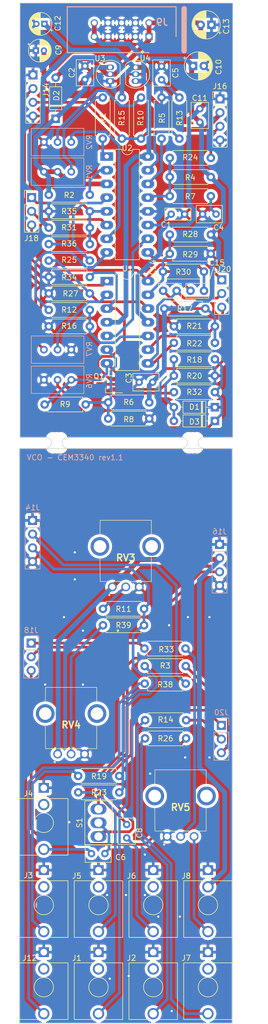
<source format=kicad_pcb>
(kicad_pcb (version 20241229) (generator "pcbnew") (generator_version "9.0")
  (layers (0 "F.Cu" signal) (2 "B.Cu" signal) (13 "F.Paste" user) (15 "B.Paste" user) (5 "F.SilkS" user "F.Silkscreen") (7 "B.SilkS" user "B.Silkscreen") (1 "F.Mask" user) (3 "B.Mask" user) (25 "Edge.Cuts" user))
  (net 0 "")
  (net 1 "Net-(C1-Pad1)")
  (net 2 "GND")
  (net 3 "-5VA")
  (net 4 "+12VA")
  (net 5 "Net-(C4-Pad1)")
  (net 6 "Net-(C5-Pad1)")
  (net 7 "-12VA")
  (net 8 "+5VA")
  (net 9 "Net-(C14-Pad1)")
  (net 10 "/SAW_RAW")
  (net 11 "Net-(C15-Pad1)")
  (net 12 "/PULSE_RAW")
  (net 13 "Net-(D1-Pad2)")
  (net 14 "Net-(D3-Pad1)")
  (net 15 "/SIN_RAW")
  (net 16 "/CV_NODE")
  (net 17 "/LINFM_IN")
  (net 18 "/PWM_IN")
  (net 19 "/HARD_SYNC")
  (net 20 "/SOFT_SYNC")
  (net 21 "/TRI_RAW")
  (net 22 "Net-(Q1-Pad1)")
  (net 23 "Net-(Q1-Pad2)")
  (net 24 "Net-(R1-Pad1)")
  (net 25 "Net-(R1-Pad2)")
  (net 26 "Net-(R2-Pad2)")
  (net 27 "/LIN_FM")
  (net 28 "Net-(R5-Pad1)")
  (net 29 "Net-(R6-Pad1)")
  (net 30 "Net-(R10-Pad1)")
  (net 31 "/SAW_OUT")
  (net 32 "Net-(R12-Pad2)")
  (net 33 "/PULSE_OUT")
  (net 34 "Net-(R25-Pad2)")
  (net 35 "Net-(RV2-Pad1)")
  (net 36 "Net-(RV7-Pad2)")
  (net 37 "/TRIANGLE_OUT")
  (net 38 "/SYNC")
  (net 39 "/LINFM")
  (net 41 "/TRI")
  (net 43 "/SAW")
  (net 45 "/CV1")
  (net 48 "/CV2")
  (net 51 "/PULSE")
  (net 52 "/PWM")
  (net 54 "/SIN")
  (net 55 "Net-(R11-Pad1)")
  (net 56 "Net-(R33-Pad1)")
  (net 57 "Net-(R39-Pad1)")
  (net 58 "Net-(S1-B)")
  (footprint "Capacitor_THT:CP_Radial_D5.0mm_P2.00mm" (layer "F.Cu") (at 54.48 20.05708 180)
    (property "Reference" "C13")
    (property "Value" "10u")
  )
  (footprint "Connector_Audio:Jack_3.5mm_QingPu_WQP-PJ398SM_Vertical_CircularHoles" (layer "F.Cu") (at 33.504444 176.710361)
    (property "Reference" "J5")
    (property "Value" "JACK_2P")
  )
  (footprint "Connector_Audio:Jack_3.5mm_QingPu_WQP-PJ398SM_Vertical_CircularHoles" (layer "F.Cu") (at 43.664444 176.710361)
    (property "Reference" "J6")
    (property "Value" "JACK_2P")
  )
  (footprint "Resistor_THT:R_Axial_DIN0207_L6.3mm_D2.5mm_P7.62mm_Horizontal" (layer "F.Cu") (at 24.271 51.55508)
    (property "Reference" "R2")
    (property "Value" "5.6k")
  )
  (footprint "Connector_PinHeader_2.54mm:PinHeader_1x04_P2.54mm_Vertical" (layer "F.Cu") (at 56.06 33.78708)
    (property "Reference" "J16")
    (property "Value" "Top Right (M)")
  )
  (footprint "Capacitor_THT:C_Rect_L4.6mm_W3.0mm_P2.50mm_MKS02_FKP02" (layer "F.Cu") (at 38.744444 170.755361 90)
    (property "Reference" "C8")
    (property "Value" "10n")
  )
  (footprint "Resistor_THT:R_Axial_DIN0207_L6.3mm_D2.5mm_P7.62mm_Horizontal" (layer "F.Cu") (at 47.5 78.99308)
    (property "Reference" "R22")
    (property "Value" "100k")
  )
  (footprint "Resistor_THT:R_Axial_DIN0207_L6.3mm_D2.5mm_P7.62mm_Horizontal" (layer "F.Cu") (at 53.088 65.79108 180)
    (property "Reference" "R30")
    (property "Value" "100k")
  )
  (footprint "Resistor_THT:R_Axial_DIN0207_L6.3mm_D2.5mm_P7.62mm_Horizontal" (layer "F.Cu") (at 24.271 69.84308)
    (property "Reference" "R27")
    (property "Value" "100k")
  )
  (footprint "Resistor_THT:R_Axial_DIN0207_L6.3mm_D2.5mm_P7.62mm_Horizontal" (layer "F.Cu") (at 54.358 44.721747 180)
    (property "Reference" "R24")
    (property "Value" "1M")
  )
  (footprint "Resistor_THT:R_Axial_DIN0207_L6.3mm_D2.5mm_P7.62mm_Horizontal" (layer "F.Cu") (at 31.891 63.75308 180)
    (property "Reference" "R25")
    (property "Value" "180k")
  )
  (footprint "cem-3340:Alpha Potentiometer" (layer "F.Cu") (at 25.919444 155.205361)
    (property "Reference" "RV4")
    (property "Value" "100k" (hide yes))
  )
  (footprint "Capacitor_THT:C_Rect_L4.6mm_W3.0mm_P2.50mm_MKS02_FKP02" (layer "F.Cu") (at 30.99 27.69108 -90)
    (property "Reference" "C2")
    (property "Value" "100n")
  )
  (footprint "Capacitor_THT:CP_Radial_D4.0mm_P1.50mm" (layer "F.Cu") (at 23.4686 19.88508 180)
    (property "Reference" "C12")
    (property "Value" "1u")
  )
  (footprint "Package_DIP:DIP-14_W7.62mm_LongPads" (layer "F.Cu") (at 35.064 67.56408)
    (property "Reference" "U1")
    (property "Value" "TL074")
  )
  (footprint "Package_TO_SOT_THT:TO-92_Inline" (layer "F.Cu") (at 35.668 30.48508 90)
    (property "Reference" "U3")
    (property "Value" "79L05")
  )
  (footprint "Resistor_THT:R_Axial_DIN0207_L6.3mm_D2.5mm_P7.62mm_Horizontal" (layer "F.Cu") (at 55.12 88.13708 180)
    (property "Reference" "R32")
    (property "Value" "1k")
  )
  (footprint "Diode_THT:D_DO-35_SOD27_P7.62mm_Horizontal" (layer "F.Cu") (at 25.548 37.46908 90)
    (property "Reference" "D2")
    (property "Value" "1N4148")
  )
  (footprint "Connector_PinHeader_2.54mm:PinHeader_1x03_P2.54mm_Vertical" (layer "F.Cu") (at 21.084 52.07508)
    (property "Reference" "J18")
    (property "Value" "Bottom Left(M)")
  )
  (footprint "Connector_PinHeader_2.54mm:PinHeader_1x03_P2.54mm_Vertical" (layer "F.Cu") (at 56.39 67.32108)
    (property "Reference" "J20")
    (property "Value" "Bottom Right(M)")
  )
  (footprint "Resistor_THT:R_Axial_DIN0207_L6.3mm_D2.5mm_P7.62mm_Horizontal" (layer "F.Cu") (at 46.738 58.93308)
    (property "Reference" "R28")
    (property "Value" "240k")
  )
  (footprint "Resistor_THT:R_Axial_DIN0207_L6.3mm_D2.5mm_P7.62mm_Horizontal" (layer "F.Cu") (at 34.338444 128.292361)
    (property "Reference" "R11")
    (property "Value" "47k")
  )
  (footprint "Resistor_THT:R_Axial_DIN0207_L6.3mm_D2.5mm_P7.62mm_Horizontal" (layer "F.Cu") (at 37.848 41.15308 90)
    (property "Reference" "R15")
    (property "Value" "220k")
  )
  (footprint "Capacitor_THT:C_Rect_L4.0mm_W2.5mm_P2.50mm" (layer "F.Cu") (at 45.508 69.34708)
    (property "Reference" "C14")
    (property "Value" "10p")
  )
  (footprint "Panelization:mouse-bite-2mm-slot" (layer "F.Cu") (at 25.75 97.52)
    (property "Reference" "mouse-bite-2mm-slot" (hide yes))
    (property "Value" "VAL**" (hide yes))
  )
  (footprint "Resistor_THT:R_Axial_DIN0207_L6.3mm_D2.5mm_P7.62mm_Horizontal" (layer "F.Cu") (at 24.271 60.69908)
    (property "Reference" "R36")
    (property "Value" "10M")
  )
  (footprint "Resistor_THT:R_Axial_DIN0207_L6.3mm_D2.5mm_P7.62mm_Horizontal" (layer "F.Cu") (at 24.271 75.94508)
    (property "Reference" "R16")
    (property "Value" "100k")
  )
  (footprint "Resistor_THT:R_Axial_DIN0207_L6.3mm_D2.5mm_P7.62mm_Horizontal" (layer "F.Cu") (at 54.358 62.48908 180)
    (property "Reference" "R29")
    (property "Value" "91k")
  )
  (footprint "Resistor_THT:R_Axial_DIN0207_L6.3mm_D2.5mm_P7.62mm_Horizontal" (layer "F.Cu") (at 31.891 54.60908 180)
    (property "Reference" "R35")
    (property "Value" "200k")
  )
  (footprint "Connector_Audio:Jack_3.5mm_QingPu_WQP-PJ398SM_Vertical_CircularHoles" (layer "F.Cu") (at 23.344444 176.710361)
    (property "Reference" "J3")
    (property "Value" "JACK_2P")
  )
  (footprint "Resistor_THT:R_Axial_DIN0207_L6.3mm_D2.5mm_P7.62mm_Horizontal" (layer "F.Cu") (at 23.509 90.42308)
    (property "Reference" "R9")
    (property "Value" "100k")
  )
  (footprint "Resistor_THT:R_Axial_DIN0207_L6.3mm_D2.5mm_P7.62mm_Horizontal" (layer "F.Cu") (at 29.734444 159.268361)
    (property "Reference" "R19")
    (property "Value" "100k")
  )
  (footprint "Capacitor_THT:C_Rect_L4.6mm_W3.0mm_P2.50mm_MKS02_FKP02" (layer "F.Cu") (at 43.56 86.29508 180)
    (property "Reference" "C3")
    (property "Value" "100n")
  )
  (footprint "Resistor_THT:R_Axial_DIN0207_L6.3mm_D2.5mm_P7.62mm_Horizontal" (layer "F.Cu") (at 24.271 57.65708)
    (property "Reference" "R31")
    (property "Value" "100k")
  )
  (footprint "Package_TO_SOT_SMD:SOT-23_Handsoldering" (layer "F.Cu") (at 35.56 86.68508 180)
    (property "Reference" "Q1")
    (property "Value" "MMBFJ201")
  )
  (footprint "Resistor_THT:R_Axial_DIN0207_L6.3mm_D2.5mm_P7.62mm_Horizontal" (layer "F.Cu") (at 31.891 66.79508 180)
    (property "Reference" "R34")
    (property "Value" "1k")
  )
  (footprint "Resistor_THT:R_Axial_DIN0207_L6.3mm_D2.5mm_P7.62mm_Horizontal" (layer "F.Cu") (at 24.271 72.89708)
    (property "Reference" "R12")
    (property "Value" "100k")
  )
  (footprint "Resistor_THT:R_Axial_DIN0207_L6.3mm_D2.5mm_P7.62mm_Horizontal" (layer "F.Cu") (at 34.292 33.53308 -90)
    (property "Reference" "R1")
    (property "Value" "24k")
  )
  (footprint "Capacitor_THT:CP_Radial_D5.0mm_P2.00mm" (layer "F.Cu") (at 51.056 27.68508)
    (property "Reference" "C10")
    (property "Value" "10u")
  )
  (footprint "Capacitor_THT:C_Rect_L4.6mm_W3.0mm_P2.50mm_MKS02_FKP02" (layer "F.Cu") (at 55.334 55.135747 180)
    (property "Reference" "C4")
    (property "Value" "10n")
  )
  (footprint "Capacitor_THT:C_Rect_L4.6mm_W3.0mm_P2.50mm_MKS02_FKP02" (layer "F.Cu") (at 45.214 30.23108 90)
    (property "Reference" "C5")
    (property "Value" "10n")
  )
  (footprint "Package_DIP:DIP-16_W7.62mm_LongPads" (layer "F.Cu") (at 35.039 44.47008)
    (property "Reference" "U2")
    (property "Value" "AS3340")
  )
  (footprint "Resistor_THT:R_Axial_DIN0207_L6.3mm_D2.5mm_P7.62mm_Horizontal" (layer "F.Cu") (at 35.308 90.03508)
    (property "Reference" "R6")
    (property "Value" "240k")
  )
  (footprint "Resistor_THT:R_Axial_DIN0207_L6.3mm_D2.5mm_P7.62mm_Horizontal" (layer "F.Cu") (at 45.214 41.14708 90)
    (property "Reference" "R5")
    (property "Value" "1.8k")
  )
  (footprint "Resistor_THT:R_Axial_DIN0207_L6.3mm_D2.5mm_P7.62mm_Horizontal" (layer "F.Cu") (at 29.744444 162.305361)
    (property "Reference" "R23")
    (property "Value" "100k")
  )
  (footprint "Resistor_THT:R_Axial_DIN0207_L6.3mm_D2.5mm_P7.62mm_Horizontal" (layer "F.Cu") (at 49.654444 135.655361 180)
    (property "Reference" "R33")
    (property "Value" "100k")
  )
  (footprint "Resistor_THT:R_Axial_DIN0207_L6.3mm_D2.5mm_P7.62mm_Horizontal" (layer "F.Cu") (at 53.342 72.64908 180)
    (property "Reference" "R17")
    (property "Value" "240k")
  )
  (footprint "Capacitor_THT:C_Rect_L4.6mm_W3.0mm_P2.50mm_MKS02_FKP02" (layer "F.Cu") (at 32.194444 173.658361)
    (property "Reference" "C6")
    (property "Value" "10n")
  )
  (footprint "Resistor_THT:R_Axial_DIN0207_L6.3mm_D2.5mm_P7.62mm_Horizontal" (layer "F.Cu") (at 46.738 51.808414)
    (property "Reference" "R7")
    (property "Value" "470")
  )
  (footprint "cem-3340:Alpha Potentiometer" (layer "F.Cu") (at 46.244444 170.480361)
    (property "Reference" "RV5")
    (property "Value" "100k" (hide yes))
  )
  (footprint "Package_TO_SOT_THT:TO-92_Inline" (layer "F.Cu") (at 40.388 27.94508 -90)
    (property "Reference" "U4")
    (property "Value" "LP2950")
  )
  (footprint "Diode_THT:D_DO-35_SOD27_P7.62mm_Horizontal" (layer "F.Cu") (at 55.12 93.47108 180)
    (property "Reference" "D3")
    (property "Value" "1N4148")
  )
  (footprint "cem-3340:Sub-Miniature SPDT" (layer "F.Cu") (at 33.504444 167.950361 90)
    (property "Reference" "S1")
    (property "Value" "TS-01")
  )
  (footprint "Resistor_THT:R_Axial_DIN0207_L6.3mm_D2.5mm_P7.62mm_Horizontal" (layer "F.Cu") (at 42.144444 152.305361)
    (property "Reference" "R26")
    (property "Value" "1k")
  )
  (footprint "cem-3340:Alpha Potentiometer" (layer "F.Cu") (at 36.069444 124.230361)
    (property "Reference" "RV3")
    (property "Value" "10k" (hide yes))
  )
  (footprint "Resistor_THT:R_Axial_DIN0207_L6.3mm_D2.5mm_P7.62mm_Horizontal" (layer "F.Cu") (at 55.12 82.04108 180)
    (property "Reference" "R18")
    (property "Value" "1M")
  )
  (footprint "Capacitor_THT:C_Rect_L4.0mm_W2.5mm_P2.50mm" (layer "F.Cu") (at 50.588 69.34708)
    (property "Reference" "C15")
    (property "Value" "10p")
  )
  (footprint "Capacitor_THT:C_Rect_L4.6mm_W3.0mm_P2.50mm_MKS02_FKP02" (layer "F.Cu") (at 52.326 38.10508 90)
    (property "Reference" "C11")
    (property "Value" "100n")
  )
  (footprint "Connector_Audio:Jack_3.5mm_QingPu_WQP-PJ398SM_Vertical_CircularHoles" (layer "F.Cu") (at 23.344444 161.470361)
    (property "Reference" "J4")
    (property "Value" "JACK_2P")
  )
  (footprint "Resistor_THT:R_Axial_DIN0207_L6.3mm_D2.5mm_P7.62mm_Horizontal" (layer "F.Cu") (at 48.516 33.53308 -90)
    (property "Reference" "R13")
    (property "Value" "470")
  )
  (footprint "Resistor_THT:R_Axial_DIN0207_L6.3mm_D2.5mm_P7.62mm_Horizontal" (layer "F.Cu") (at 42.928 93.03508 180)
    (property "Reference" "R8")
    (property "Value" "91k")
  )
  (footprint "Connector_Audio:Jack_3.5mm_QingPu_WQP-PJ398SM_Vertical_CircularHoles" (layer "F.Cu") (at 33.504444 191.925361)
    (property "Reference" "J1")
    (property "Value" "JACK_2P")
  )
  (footprint "Panelization:mouse-bite-2mm-slot" (layer "F.Cu") (at 51 97.52)
    (property "Reference" "mouse-bite-2mm-slot" (hide yes))
    (property "Value" "VAL**" (hide yes))
  )
  (footprint "Resistor_THT:R_Axial_DIN0207_L6.3mm_D2.5mm_P7.62mm_Horizontal" (layer "F.Cu") (at 34.338444 131.340361)
    (property "Reference" "R39")
    (property "Value" "1.5M")
  )
  (footprint "Connector_Audio:Jack_3.5mm_QingPu_WQP-PJ398SM_Vertical_CircularHoles" (layer "F.Cu") (at 43.664444 191.925361)
    (property "Reference" "J2")
    (property "Value" "JACK_2P")
  )
  (footprint "Resistor_THT:R_Axial_DIN0207_L6.3mm_D2.5mm_P7.62mm_Horizontal" (layer "F.Cu") (at 41.404 33.53308 -90)
    (property "Reference" "R10")
    (property "Value" "470k")
  )
  (footprint "Resistor_THT:R_Axial_DIN0207_L6.3mm_D2.5mm_P7.62mm_Horizontal" (layer "F.Cu") (at 42.159444 148.930361)
    (property "Reference" "R14")
    (property "Value" "1k")
  )
  (footprint "Connector_Audio:Jack_3.5mm_QingPu_WQP-PJ398SM_Vertical_CircularHoles" (layer "F.Cu") (at 23.344444 191.925361)
    (property "Reference" "J12")
    (property "Value" "JACK_2P")
  )
  (footprint "Resistor_THT:R_Axial_DIN0207_L6.3mm_D2.5mm_P7.62mm_Horizontal" (layer "F.Cu") (at 42.084444 138.905361)
    (property "Reference" "R3")
    (property "Value" "1k")
  )
  (footprint "Resistor_THT:R_Axial_DIN0207_L6.3mm_D2.5mm_P7.62mm_Horizontal" (layer "F.Cu") (at 46.738 48.26508)
    (property "Reference" "R4")
    (property "Value" "1.5M")
  )
  (footprint "Capacitor_THT:CP_Radial_D4.0mm_P1.50mm" (layer "F.Cu") (at 21.873401 24.83508)
    (property "Reference" "C9")
    (property "Value" "1u")
  )
  (footprint "Connector_PinHeader_2.54mm:PinHeader_1x04_P2.54mm_Vertical" (layer "F.Cu") (at 21.338 29.34108)
    (property "Reference" "J14")
    (property "Value" "Top Left(M)")
  )
  (footprint "Resistor_THT:R_Axial_DIN0207_L6.3mm_D2.5mm_P7.62mm_Horizontal" (layer "F.Cu") (at 47.5 75.94508)
    (property "Reference" "R21")
    (property "Value" "91k")
  )
  (footprint "Resistor_THT:R_Axial_DIN0207_L6.3mm_D2.5mm_P7.62mm_Horizontal" (layer "F.Cu") (at 47.5 85.08908)
    (property "Reference" "R20")
    (property "Value" "1M")
  )
  (footprint "Resistor_THT:R_Axial_DIN0207_L6.3mm_D2.5mm_P7.62mm_Horizontal" (layer "F.Cu") (at 42.084444 142.155361)
    (property "Reference" "R38")
    (property "Value" "1k")
  )
  (footprint "Diode_THT:D_DO-35_SOD27_P7.62mm_Horizontal" (layer "F.Cu") (at 55.12 90.93108 180)
    (property "Reference" "D1")
    (property "Value" "1N4148")
  )
  (footprint "Capacitor_THT:C_Rect_L4.6mm_W2.0mm_P2.50mm_MKS02_FKP02" (layer "F.Cu") (at 46.992 55.148414)
    (property "Reference" "C1")
    (property "Value" "1n")
  )
  (footprint "Connector_Audio:Jack_3.5mm_QingPu_WQP-PJ398SM_Vertical_CircularHoles" (layer "F.Cu") (at 53.824444 176.710361)
    (property "Reference" "J8")
    (property "Value" "JACK_2P")
  )
  (footprint "Connector_Audio:Jack_3.5mm_QingPu_WQP-PJ398SM_Vertical_CircularHoles" (layer "F.Cu") (at 53.824444 191.925361)
    (property "Reference" "J7")
    (property "Value" "JACK_2P")
  )
  (footprint "SamacSys_Parts:SHDR10W50P254_2X5_2020X850X920P" (layer "B.Cu") (at 42.886 22.23508 180)
    (property "Reference" "J9")
    (property "Value" "PWR" (hide yes))
  )
  (footprint "Potentiometer_THT:Potentiometer_Bourns_3296W_Vertical" (layer "B.Cu") (at 28.448 85.85108)
    (property "Reference" "RV6")
    (property "Value" "10K")
  )
  (footprint "Connector_PinHeader_2.54mm:PinHeader_1x04_P2.54mm_Vertical" (layer "B.Cu") (at 55.984444 116.354361 180)
    (property "Reference" "J16")
    (property "Value" "Top Right (M)")
  )
  (footprint "Connector_PinHeader_2.54mm:PinHeader_1x03_P2.54mm_Vertical" (layer "B.Cu") (at 21.008444 134.642361 180)
    (property "Reference" "J18")
    (property "Value" "Bottom Left(M)")
  )
  (footprint "Connector_PinHeader_2.54mm:PinHeader_1x03_P2.54mm_Vertical" (layer "B.Cu") (at 56.314444 149.888361 180)
    (property "Reference" "J20")
    (property "Value" "Bottom Right(M)")
  )
  (footprint "Potentiometer_THT:Potentiometer_Bourns_3296W_Vertical" (layer "B.Cu") (at 28.448 41.78708)
    (property "Reference" "RV2")
    (property "Value" "10K")
  )
  (footprint "Connector_PinHeader_2.54mm:PinHeader_1x04_P2.54mm_Vertical" (layer "B.Cu") (at 21.262444 111.908361 180)
    (property "Reference" "J14")
    (property "Value" "Top Left(M)")
  )
  (footprint "Potentiometer_THT:Potentiometer_Bourns_3296W_Vertical" (layer "B.Cu") (at 28.448 80.26308)
    (property "Reference" "RV7")
    (property "Value" "10K")
  )
  (footprint "Potentiometer_THT:Potentiometer_Bourns_3296W_Vertical" (layer "B.Cu") (at 28.446 47.28508)
    (property "Reference" "RV1")
    (property "Value" "10K")
  )
  (gr_line (start 44.05 66.49508) (end 44.91 67.68508) (stroke (width 0.15)) (layer "F.SilkS"))
  (gr_line (start 54.89 64.97508) (end 53.96 67.77508) (stroke (width 0.15)) (layer "F.SilkS"))
  (gr_line (start 49.4 24.85708) (end 49.4 17.07708) (stroke (width 1)) (layer "B.SilkS"))
  (gr_arc (start 49 96.52) (mid 50 97.52) (end 49 98.52) (stroke (width 0.1)) (layer "Edge.Cuts"))
  (gr_arc (start 23.75 96.52) (mid 24.75 97.52) (end 23.75 98.52) (stroke (width 0.1)) (layer "Edge.Cuts"))
  (gr_line (start 18.92 16.00708) (end 58.42 16.00708) (stroke (width 0.1)) (layer "Edge.Cuts"))
  (gr_arc (start 53 98.52) (mid 52 97.52) (end 53 96.52) (stroke (width 0.1)) (layer "Edge.Cuts"))
  (gr_line (start 53 96.52) (end 58.42 96.52) (stroke (width 0.1)) (layer "Edge.Cuts"))
  (gr_line (start 27.75 96.52) (end 49 96.52) (stroke (width 0.1)) (layer "Edge.Cuts"))
  (gr_rect (start 18.844444 98.580361) (end 58.344444 205.080361) (stroke (width 0.1)) (fill no) (layer "Edge.Cuts"))
  (gr_line (start 58.42 16.00708) (end 58.42 96.52) (stroke (width 0.1)) (layer "Edge.Cuts"))
  (gr_arc (start 27.75 98.52) (mid 26.75 97.52) (end 27.75 96.52) (stroke (width 0.1)) (layer "Edge.Cuts"))
  (gr_line (start 18.92 96.52) (end 23.75 96.52) (stroke (width 0.1)) (layer "Edge.Cuts"))
  (gr_line (start 18.92 96.52) (end 18.92 16.00708) (stroke (width 0.1)) (layer "Edge.Cuts"))
  (gr_text "VCO - CEM3340 rev1.1" (at 20.104444 100.834361 0) (layer "B.SilkS") (effects (font (size 1 1)) (justify left bottom)))
  (segment (start 42.659 57.17008) (end 44.970334 57.17008) (width 0.5) (layer "B.Cu") (net 1))
  (segment (start 44.970334 57.17008) (end 46.992 55.148414) (width 0.5) (layer "B.Cu") (net 1))
  (segment (start 41.069444 124.101361) (end 41.069444 124.230361) (width 0.89) (layer "F.Cu") (net 2))
  (via (at 39.104444 196.334361) (size 0.8) (drill 0.4) (layers "F.Cu" "B.Cu") (net 2))
  (via (at 27.104444 129.834361) (size 0.8) (drill 0.4) (layers "F.Cu" "B.Cu") (net 2))
  (via (at 30.604444 142.334361) (size 0.8) (drill 0.4) (layers "F.Cu" "B.Cu") (net 2))
  (via (at 35.604444 196.834361) (size 0.8) (drill 0.4) (layers "F.Cu" "B.Cu") (net 2))
  (via (at 38.604444 181.334361) (size 0.8) (drill 0.4) (layers "F.Cu" "B.Cu") (net 2))
  (via (at 29.104444 117.834361) (size 0.8) (drill 0.4) (layers "F.Cu" "B.Cu") (net 2))
  (via (at 47.104444 202.834361) (size 0.8) (drill 0.4) (layers "F.Cu" "B.Cu") (net 2))
  (via (at 29.104444 122.834361) (size 0.8) (drill 0.4) (layers "F.Cu" "B.Cu") (net 2))
  (via (at 23.604444 142.334361) (size 0.8) (drill 0.4) (layers "F.Cu" "B.Cu") (net 2))
  (via (at 49.604444 155.834361) (size 0.8) (drill 0.4) (layers "F.Cu" "B.Cu") (net 2))
  (via (at 42.104444 181.334361) (size 0.8) (drill 0.4) (layers "F.Cu" "B.Cu") (net 2))
  (via (at 54.104444 155.834361) (size 0.8) (drill 0.4) (layers "F.Cu" "B.Cu") (net 2))
  (via (at 30.604444 132.334361) (size 0.8) (drill 0.4) (layers "F.Cu" "B.Cu") (net 2))
  (via (at 44.604444 185.334361) (size 0.8) (drill 0.4) (layers "F.Cu" "B.Cu") (net 2))
  (via (at 43.104444 158.834361) (size 0.8) (drill 0.4) (layers "F.Cu" "B.Cu") (net 2))
  (via (at 37.104444 132.334361) (size 0.8) (drill 0.4) (layers "F.Cu" "B.Cu") (net 2))
  (via (at 46.604444 131.334361) (size 0.8) (drill 0.4) (layers "F.Cu" "B.Cu") (net 2))
  (via (at 50.104444 129.834361) (size 0.8) (drill 0.4) (layers "F.Cu" "B.Cu") (net 2))
  (via (at 28.104444 167.834361) (size 0.8) (drill 0.4) (layers "F.Cu" "B.Cu") (net 2))
  (via (at 35.104444 181.334361) (size 0.8) (drill 0.4) (layers "F.Cu" "B.Cu") (net 2))
  (via (at 42.104444 173.834361) (size 0.8) (drill 0.4) (layers "F.Cu" "B.Cu") (net 2))
  (via (at 54.104444 129.834361) (size 0.8) (drill 0.4) (layers "F.Cu" "B.Cu") (net 2))
  (via (at 48.604444 185.334361) (size 0.8) (drill 0.4) (layers "F.Cu" "B.Cu") (net 2))
  (segment (start 29.887489 31.293591) (end 24.154511 31.293591) (width 0.89) (layer "F.Cu") (net 3))
  (segment (start 25.906 47.28508) (end 23.366 47.28508) (width 0.89) (layer "F.Cu") (net 3))
  (segment (start 24.154511 31.293591) (end 23.373401 30.512481) (width 0.89) (layer "F.Cu") (net 3))
  (segment (start 35.039 49.55008) (end 28.171 49.55008) (width 0.89) (layer "F.Cu") (net 3))
  (segment (start 30.99 30.19108) (end 29.887489 31.293591) (width 0.89) (layer "F.Cu") (net 3))
  (segment (start 28.171 49.55008) (end 25.906 47.28508) (width 0.89) (layer "F.Cu") (net 3))
  (segment (start 23.373401 30.512481) (end 23.373401 24.83508) (width 0.89) (layer "F.Cu") (net 3))
  (segment (start 21.846 40.91708) (end 21.846 45.76508) (width 0.89) (layer "B.Cu") (net 3))
  (segment (start 25.294 37.46908) (end 21.846 40.91708) (width 0.89) (layer "B.Cu") (net 3))
  (segment (start 35.668 27.94508) (end 33.236 27.94508) (width 0.89) (layer "B.Cu") (net 3))
  (segment (start 30.99 32.02708) (end 25.548 37.46908) (width 0.89) (layer "B.Cu") (net 3))
  (segment (start 25.548 37.46908) (end 25.294 37.46908) (width 0.89) (layer "B.Cu") (net 3))
  (segment (start 33.236 27.94508) (end 30.99 30.19108) (width 0.89) (layer "B.Cu") (net 3))
  (segment (start 21.846 45.76508) (end 23.366 47.28508) (width 0.89) (layer "B.Cu") (net 3))
  (segment (start 24.271 48.19008) (end 24.271 51.55508) (width 0.89) (layer "B.Cu") (net 3))
  (segment (start 23.366 47.28508) (end 24.271 48.19008) (width 0.89) (layer "B.Cu") (net 3))
  (segment (start 30.99 30.19108) (end 30.99 32.02708) (width 0.89) (layer "B.Cu") (net 3))
  (segment (start 32.726 19.69508) (end 32.726 22.23508) (width 0.89) (layer "F.Cu") (net 4))
  (segment (start 52.326 38.10508) (end 50.81 36.58908) (width 0.89) (layer "F.Cu") (net 4))
  (segment (start 50.81 27.93108) (end 51.056 27.68508) (width 0.89) (layer "F.Cu") (net 4))
  (segment (start 50.81 36.58908) (end 50.81 27.93108) (width 0.89) (layer "F.Cu") (net 4))
  (segment (start 56.678511 50.585591) (end 54.358 48.26508) (width 0.89) (layer "B.Cu") (net 4))
  (segment (start 41.896 26.66208) (end 42.171511 26.386569) (width 0.89) (layer "B.Cu") (net 4))
  (segment (start 56.678511 56.612569) (end 56.678511 50.585591) (width 0.89) (layer "B.Cu") (net 4))
  (segment (start 52.63 46.53708) (end 54.358 48.26508) (width 0.89) (layer "B.Cu") (net 4))
  (segment (start 41.896 30.48508) (end 41.896 27.18508) (width 0.89) (layer "B.Cu") (net 4))
  (segment (start 39.146 23.58508) (end 34.076 23.58508) (width 0.89) (layer "B.Cu") (net 4))
  (segment (start 45.722 72.64908) (end 45.722 84.07908) (width 0.89) (layer "B.Cu") (net 4))
  (segment (start 42.928 86.87308) (end 42.928 90.03508) (width 0.89) (layer "B.Cu") (net 4))
  (segment (start 42.659 44.47008) (end 42.848511 44.280569) (width 0.89) (layer "B.Cu") (net 4))
  (segment (start 52.162174 71.11908) (end 53.85 71.11908) (width 0.89) (layer "B.Cu") (net 4))
  (segment (start 38.61 73.91308) (end 37.339 75.18408) (width 0.89) (layer "B.Cu") (net 4))
  (segment (start 55.802511 60.377591) (end 54.358 58.93308) (width 0.89) (layer "B.Cu") (net 4))
  (segment (start 52.326 38.10508) (end 52.63 38.40908) (width 0.89) (layer "B.Cu") (net 4))
  (segment (start 34.076 23.58508) (end 32.726 22.23508) (width 0.89) (layer "B.Cu") (net 4))
  (segment (start 53.85 71.11908) (end 54.612 70.35708) (width 0.89) (layer "B.Cu") (net 4))
  (segment (start 41.896 26.33508) (end 39.146 23.58508) (width 0.89) (layer "B.Cu") (net 4))
  (segment (start 37.339 75.18408) (end 35.064 75.18408) (width 0.89) (layer "B.Cu") (net 4))
  (segment (start 41.896 27.18508) (end 41.896 26.33508) (width 0.89) (layer "B.Cu") (net 4))
  (segment (start 38.61 46.22708) (end 38.61 73.91308) (width 0.89) (layer "B.Cu") (net 4))
  (segment (start 54.612 70.35708) (end 54.612 64.51508) (width 0.89) (layer "B.Cu") (net 4))
  (segment (start 49.757489 26.386569) (end 51.056 27.68508) (width 0.89) (layer "B.Cu") (net 4))
  (segment (start 42.659 44.47008) (end 40.367 44.47008) (width 0.89) (layer "B.Cu") (net 4))
  (segment (start 41.896 27.18508) (end 41.896 26.66208) (width 0.89) (layer "B.Cu") (net 4))
  (segment (start 45.722 84.07908) (end 42.928 86.87308) (width 0.89) (layer "B.Cu") (net 4))
  (segment (start 54.612 64.51508) (end 55.802511 63.324569) (width 0.89) (layer "B.Cu") (net 4))
  (segment (start 50.632174 72.64908) (end 52.162174 71.11908) (width 0.89) (layer "B.Cu") (net 4))
  (segment (start 40.388 30.48508) (end 41.896 30.48508) (width 0.89) (layer "B.Cu") (net 4))
  (segment (start 40.367 44.47008) (end 38.61 46.22708) (width 0.89) (layer "B.Cu") (net 4))
  (segment (start 55.802511 63.324569) (end 55.802511 60.377591) (width 0.89) (layer "B.Cu") (net 4))
  (segment (start 41.896 30.48508) (end 42.848511 31.437591) (width 0.89) (layer "B.Cu") (net 4))
  (segment (start 45.722 72.64908) (end 50.632174 72.64908) (width 0.89) (layer "B.Cu") (net 4))
  (segment (start 42.848511 44.280569) (end 42.848511 31.437591) (width 0.89) (layer "B.Cu") (net 4))
  (segment (start 42.171511 26.386569) (end 49.757489 26.386569) (width 0.89) (layer "B.Cu") (net 4))
  (segment (start 54.358 58.93308) (end 56.678511 56.612569) (width 0.89) (layer "B.Cu") (net 4))
  (segment (start 52.63 38.40908) (end 52.63 46.53708) (width 0.89) (layer "B.Cu") (net 4))
  (segment (start 54.358 54.159747) (end 55.334 55.135747) (width 0.5) (layer "B.Cu") (net 5))
  (segment (start 54.358 51.808414) (end 54.358 54.159747) (width 0.5) (layer "B.Cu") (net 5))
  (segment (start 45.214 30.23108) (end 48.516 33.53308) (width 0.5) (layer "B.Cu") (net 6))
  (segment (start 36.553978 29.21508) (end 42.886 22.883058) (width 0.89) (layer "F.Cu") (net 7))
  (segment (start 42.886 22.883058) (end 42.886 22.23508) (width 0.89) (layer "F.Cu") (net 7))
  (segment (start 35.668 29.21508) (end 36.553978 29.21508) (width 0.89) (layer "F.Cu") (net 7))
  (segment (start 52.48 21.18845) (end 54.500511 23.208961) (width 0.89) (layer "F.Cu") (net 7))
  (segment (start 54.500511 23.208961) (end 54.500511 33.430569) (width 0.89) (layer "F.Cu") (net 7))
  (segment (start 29.050511 26.346569) (end 32.190538 26.346569) (width 0.89) (layer "F.Cu") (net 7))
  (segment (start 25.548 29.84908) (end 29.050511 26.346569) (width 0.89) (layer "F.Cu") (net 7))
  (segment (start 52.48 20.05708) (end 52.48 21.18845) (width 0.89) (layer "F.Cu") (net 7))
  (segment (start 32.190538 26.346569) (end 35.059049 29.21508) (width 0.89) (layer "F.Cu") (net 7))
  (segment (start 42.886 19.69508) (end 52.118 19.69508) (width 0.89) (layer "F.Cu") (net 7))
  (segment (start 54.500511 33.430569) (end 52.326 35.60508) (width 0.89) (layer "F.Cu") (net 7))
  (segment (start 52.118 19.69508) (end 52.48 20.05708) (width 0.89) (layer "F.Cu") (net 7))
  (segment (start 42.886 19.69508) (end 42.886 22.23508) (width 0.89) (layer "F.Cu") (net 7))
  (segment (start 50.294 53.33908) (end 51.31 54.35508) (width 0.89) (layer "B.Cu") (net 7))
  (segment (start 51.31 54.35508) (end 51.31 55.87908) (width 0.89) (layer "B.Cu") (net 7))
  (segment (start 51.31 55.87908) (end 50.04 57.14908) (width 0.89) (layer "B.Cu") (net 7))
  (segment (start 44.96 58.41908) (end 44.96 62.391939) (width 0.89) (layer "B.Cu") (net 7))
  (segment (start 40.81448 73.31456) (end 42.684 75.18408) (width 0.89) (layer "B.Cu") (net 7))
  (segment (start 50.04 57.14908) (end 46.256376 57.14908) (width 0.89) (layer "B.Cu") (net 7))
  (segment (start 45.340856 58.0646) (end 45.31448 58.0646) (width 0.89) (layer "B.Cu") (net 7))
  (segment (start 44.96 62.391939) (end 40.81448 66.537459) (width 0.89) (layer "B.Cu") (net 7))
  (segment (start 46.256376 57.14908) (end 45.340856 58.0646) (width 0.89) (layer "B.Cu") (net 7))
  (segment (start 40.81448 66.537459) (end 40.81448 73.31456) (width 0.89) (layer "B.Cu") (net 7))
  (segment (start 45.31448 58.0646) (end 44.96 58.41908) (width 0.89) (layer "B.Cu") (net 7))
  (segment (start 50.294 37.63708) (end 50.294 53.33908) (width 0.89) (layer "B.Cu") (net 7))
  (segment (start 52.326 35.60508) (end 50.294 37.63708) (width 0.89) (layer "B.Cu") (net 7))
  (segment (start 42.028 27.94508) (end 40.388 27.94508) (width 0.89) (layer "F.Cu") (net 8))
  (segment (start 56.39 36.32708) (end 53.267489 39.449591) (width 0.89) (layer "F.Cu") (net 8))
  (segment (start 56.092433 119.122372) (end 56.066444 119.148361) (width 0.89) (layer "F.Cu") (net 8))
  (segment (start 41.151444 119.148361) (end 36.069444 124.230361) (width 0.89) (layer "F.Cu") (net 8))
  (segment (start 53.267489 39.449591) (end 49.093663 39.449591) (width 0.89) (layer "F.Cu") (net 8))
  (segment (start 49.093663 39.449591) (end 42.928 33.283928) (width 0.89) (layer "F.Cu") (net 8))
  (segment (start 42.928 28.84508) (end 42.028 27.94508) (width 0.89) (layer "F.Cu") (net 8))
  (segment (start 56.066444 119.148361) (end 41.151444 119.148361) (width 0.89) (layer "F.Cu") (net 8))
  (segment (start 42.928 33.283928) (end 42.928 28.84508) (width 0.89) (layer "F.Cu") (net 8))
  (segment (start 26.012944 155.111861) (end 25.919444 155.205361) (width 0.89) (layer "B.Cu") (net 8))
  (segment (start 23.2226 37.999666) (end 23.2226 29.90848) (width 0.89) (layer "B.Cu") (net 8))
  (segment (start 52.234444 136.970319) (end 52.241953 136.977828) (width 0.89) (layer "B.Cu") (net 8))
  (segment (start 39.779049 27.94508) (end 37.848 29.876129) (width 0.89) (layer "B.Cu") (net 8))
  (segment (start 20.722 48.724058) (end 20.722001 40.500265) (width 0.89) (layer "B.Cu") (net 8))
  (segment (start 37.848 29.876129) (end 37.848 33.53308) (width 0.89) (layer "B.Cu") (net 8))
  (segment (start 23.2226 29.90848) (end 28.3186 24.81248) (width 0.89) (layer "B.Cu") (net 8))
  (segment (start 52.234444 122.980361) (end 52.234444 136.970319) (width 0.89) (layer "B.Cu") (net 8))
  (segment (start 40.388 27.94508) (end 39.779049 27.94508) (width 0.89) (layer "B.Cu") (net 8))
  (segment (start 56.944444 162.328361) (end 56.944444 176.690361) (width 0.89) (layer "B.Cu") (net 8))
  (segment (start 52.241953 136.977828) (end 52.241953 157.62587) (width 0.89) (layer "B.Cu") (net 8))
  (segment (start 36.946 24.73508) (end 28.3186 24.73508) (width 0.89) (layer "B.Cu") (net 8))
  (segment (start 40.156 27.94508) (end 36.946 24.73508) (width 0.89) (layer "B.Cu") (net 8))
  (segment (start 24.271 57.65708) (end 22.754 56.14008) (width 0.89) (layer "B.Cu") (net 8))
  (segment (start 52.241953 157.62587) (end 56.944444 162.328361) (width 0.89) (layer "B.Cu") (net 8))
  (segment (start 40.388 27.94508) (end 40.156 27.94508) (width 0.89) (layer "B.Cu") (net 8))
  (segment (start 56.314444 118.900361) (end 52.234444 122.980361) (width 0.89) (layer "B.Cu") (net 8))
  (segment (start 28.3186 24.73508) (end 23.4686 19.88508) (width 0.89) (layer "B.Cu") (net 8))
  (segment (start 20.722001 40.500265) (end 23.2226 37.999666) (width 0.89) (layer "B.Cu") (net 8))
  (segment (start 56.944444 176.690361) (end 53.824444 179.810361) (width 0.89) (layer "B.Cu") (net 8))
  (segment (start 28.3186 24.81248) (end 28.3186 24.73508) (width 0.89) (layer "B.Cu") (net 8))
  (segment (start 36.069444 124.230361) (end 26.012944 134.286861) (width 0.89) (layer "B.Cu") (net 8))
  (segment (start 22.754 56.14008) (end 22.754 50.756058) (width 0.89) (layer "B.Cu") (net 8))
  (segment (start 26.012944 134.286861) (end 26.012944 155.111861) (width 0.89) (layer "B.Cu") (net 8))
  (segment (start 22.754 50.756058) (end 20.722 48.724058) (width 0.89) (layer "B.Cu") (net 8))
  (segment (start 55.12 75.94508) (end 53.321511 77.743569) (width 0.5) (layer "F.Cu") (net 9))
  (segment (start 53.342 72.64908) (end 48.81 72.64908) (width 0.5) (layer "F.Cu") (net 9))
  (segment (start 45.204511 77.743569) (end 42.684 80.26408) (width 0.5) (layer "F.Cu") (net 9))
  (segment (start 53.321511 77.743569) (end 45.204511 77.743569) (width 0.5) (layer "F.Cu") (net 9))
  (segment (start 48.81 72.64908) (end 45.508 69.34708) (width 0.5) (layer "F.Cu") (net 9))
  (segment (start 53.59 72.64908) (end 55.12 74.17908) (width 0.5) (layer "B.Cu") (net 9))
  (segment (start 53.342 72.64908) (end 53.59 72.64908) (width 0.5) (layer "B.Cu") (net 9))
  (segment (start 55.12 74.17908) (end 55.12 75.94508) (width 0.5) (layer "B.Cu") (net 9))
  (segment (start 55.12 75.94508) (end 55.12 78.99308) (width 0.5) (layer "B.Cu") (net 9))
  (segment (start 49.779444 148.930361) (end 52.816444 148.930361) (width 0.5) (layer "F.Cu") (net 10))
  (segment (start 52.816444 148.930361) (end 56.314444 152.428361) (width 0.5) (layer "F.Cu") (net 10))
  (segment (start 55.54 70.70508) (end 49.366 70.70508) (width 0.5) (layer "F.Cu") (net 10))
  (segment (start 43.689 82.80408) (end 42.684 82.80408) (width 0.5) (layer "F.Cu") (net 10))
  (segment (start 56.39 69.85508) (end 55.54 70.70508) (width 0.5) (layer "F.Cu") (net 10))
  (segment (start 47.5 78.99308) (end 43.689 82.80408) (width 0.5) (layer "F.Cu") (net 10))
  (segment (start 49.366 70.70508) (end 48.008 69.34708) (width 0.5) (layer "F.Cu") (net 10))
  (segment (start 48.008 69.59508) (end 48.008 69.34708) (width 0.5) (layer "B.Cu") (net 10))
  (segment (start 44.472489 81.015591) (end 44.472489 72.131515) (width 0.5) (layer "B.Cu") (net 10))
  (segment (start 44.472489 72.131515) (end 45.738924 70.86508) (width 0.5) (layer "B.Cu") (net 10))
  (segment (start 45.738924 70.86508) (end 46.738 70.86508) (width 0.5) (layer "B.Cu") (net 10))
  (segment (start 42.684 82.80408) (end 44.472489 81.015591) (width 0.5) (layer "B.Cu") (net 10))
  (segment (start 46.738 70.86508) (end 48.008 69.59508) (width 0.5) (layer "B.Cu") (net 10))
  (segment (start 50.588 69.34708) (end 47.032 65.79108) (width 0.5) (layer "F.Cu") (net 11))
  (segment (start 47.032 65.79108) (end 45.468 65.79108) (width 0.5) (layer "F.Cu") (net 11))
  (segment (start 45.468 65.79108) (end 45.468 67.32008) (width 0.5) (layer "B.Cu") (net 11))
  (segment (start 45.468 67.32008) (end 42.684 70.10408) (width 0.5) (layer "B.Cu") (net 11))
  (segment (start 46.738 62.48908) (end 46.738 58.93308) (width 0.5) (layer "B.Cu") (net 11))
  (segment (start 45.468 63.75908) (end 46.738 62.48908) (width 0.5) (layer "B.Cu") (net 11))
  (segment (start 45.468 65.79108) (end 45.468 63.75908) (width 0.5) (layer "B.Cu") (net 11))
  (segment (start 46.604444 167.588361) (end 42.252924 171.939881) (width 0.5) (layer "F.Cu") (net 12))
  (segment (start 46.604444 155.465361) (end 46.604444 167.588361) (width 0.5) (layer "F.Cu") (net 12))
  (segment (start 21.008444 169.064361) (end 21.008444 139.728361) (width 0.5) (layer "F.Cu") (net 12))
  (segment (start 42.252924 171.939881) (end 29.725964 171.939881) (width 0.5) (layer "F.Cu") (net 12))
  (segment (start 44.933511 64.541569) (end 42.684 66.79108) (width 0.5) (layer "F.Cu") (net 12))
  (segment (start 51.838489 64.541569) (end 44.933511 64.541569) (width 0.5) (layer "F.Cu") (net 12))
  (segment (start 28.496444 170.710361) (end 22.654444 170.710361) (width 0.5) (layer "F.Cu") (net 12))
  (segment (start 40.651 65.53108) (end 42.684 67.56408) (width 0.5) (layer "F.Cu") (net 12))
  (segment (start 49.764444 152.305361) (end 46.604444 155.465361) (width 0.5) (layer "F.Cu") (net 12))
  (segment (start 53.088 65.79108) (end 51.838489 64.541569) (width 0.5) (layer "F.Cu") (net 12))
  (segment (start 21.084 63.49908) (end 23.116 65.53108) (width 0.5) (layer "F.Cu") (net 12))
  (segment (start 42.684 66.79108) (end 42.684 67.56408) (width 0.5) (layer "F.Cu") (net 12))
  (segment (start 23.116 65.53108) (end 40.651 65.53108) (width 0.5) (layer "F.Cu") (net 12))
  (segment (start 29.725964 171.939881) (end 28.496444 170.710361) (width 0.5) (layer "F.Cu") (net 12))
  (segment (start 22.654444 170.710361) (end 21.008444 169.064361) (width 0.5) (layer "F.Cu") (net 12))
  (segment (start 21.084 57.15508) (end 21.084 63.49908) (width 0.5) (layer "F.Cu") (net 12))
  (segment (start 53.088 65.79108) (end 53.088 69.34708) (width 0.5) (layer "B.Cu") (net 12))
  (segment (start 47.5 85.08908) (end 44.96 87.62908) (width 0.5) (layer "F.Cu") (net 13))
  (segment (start 38.62 86.68508) (end 34.06 86.68508) (width 0.5) (layer "F.Cu") (net 13))
  (segment (start 39.564 87.62908) (end 38.62 86.68508) (width 0.5) (layer "F.Cu") (net 13))
  (segment (start 44.96 87.62908) (end 39.564 87.62908) (width 0.5) (layer "F.Cu") (net 13))
  (segment (start 45.976 86.61308) (end 47.5 85.08908) (width 0.5) (layer "B.Cu") (net 13))
  (segment (start 47.5 85.08908) (end 47.5 82.04108) (width 0.5) (layer "B.Cu") (net 13))
  (segment (start 47.5 93.47108) (end 47.5 90.42308) (width 0.5) (layer "B.Cu") (net 13))
  (segment (start 47.5 90.93108) (end 45.976 89.40708) (width 0.5) (layer "B.Cu") (net 13))
  (segment (start 45.976 89.40708) (end 45.976 86.61308) (width 0.5) (layer "B.Cu") (net 13))
  (segment (start 53.870489 94.720591) (end 33.659435 94.720591) (width 0.5) (layer "F.Cu") (net 14))
  (segment (start 25.908 86.969156) (end 25.908 85.85108) (width 0.5) (layer "F.Cu") (net 14))
  (segment (start 33.659435 94.720591) (end 25.908 86.969156) (width 0.5) (layer "F.Cu") (net 14))
  (segment (start 55.12 93.47108) (end 53.870489 94.720591) (width 0.5) (layer "F.Cu") (net 14))
  (segment (start 56.39 89.40708) (end 56.39 92.20108) (width 0.5) (layer "B.Cu") (net 14))
  (segment (start 56.39 92.20108) (end 55.12 93.47108) (width 0.5) (layer "B.Cu") (net 14))
  (segment (start 55.12 82.04108) (end 56.369511 83.290591) (width 0.5) (layer "B.Cu") (net 14))
  (segment (start 56.369511 83.290591) (end 56.369511 86.887569) (width 0.5) (layer "B.Cu") (net 14))
  (segment (start 56.369511 86.887569) (end 55.12 88.13708) (width 0.5) (layer "B.Cu") (net 14))
  (segment (start 55.12 88.13708) (end 56.39 89.40708) (width 0.5) (layer "B.Cu") (net 14))
  (segment (start 21.846 69.34108) (end 22.862 68.32508) (width 0.5) (layer "F.Cu") (net 15))
  (segment (start 34.303 68.32508) (end 35.064 67.56408) (width 0.5) (layer "F.Cu") (net 15))
  (segment (start 21.846 67.30908) (end 22.862 68.32508) (width 0.5) (layer "F.Cu") (net 15))
  (segment (start 19.784489 33.434591) (end 21.338 31.88108) (width 0.5) (layer "F.Cu") (net 15))
  (segment (start 23.368 80.26308) (end 21.846 78.74108) (width 0.5) (layer "F.Cu") (net 15))
  (segment (start 22.862 68.32508) (end 34.303 68.32508) (width 0.5) (layer "F.Cu") (net 15))
  (segment (start 21.846 78.74108) (end 21.846 69.34108) (width 0.5) (layer "F.Cu") (net 15))
  (segment (start 19.784489 65.247569) (end 19.784489 33.434591) (width 0.5) (layer "F.Cu") (net 15))
  (segment (start 21.846 67.30908) (end 19.784489 65.247569) (width 0.5) (layer "F.Cu") (net 15))
  (segment (start 47.984444 123.948361) (end 44.200444 120.164361) (width 0.5) (layer "B.Cu") (net 15))
  (segment (start 47.984444 140.435361) (end 47.984444 123.948361) (width 0.5) (layer "B.Cu") (net 15))
  (segment (start 44.200444 120.164361) (end 26.978444 120.164361) (width 0.5) (layer "B.Cu") (net 15))
  (segment (start 26.978444 120.164361) (end 21.262444 114.448361) (width 0.5) (layer "B.Cu") (net 15))
  (segment (start 49.704444 142.155361) (end 47.984444 140.435361) (width 0.5) (layer "B.Cu") (net 15))
  (segment (start 42.659511 39.897569) (end 47.260489 39.897569) (width 0.5) (layer "F.Cu") (net 16))
  (segment (start 31.116 34.42108) (end 37.848 41.15308) (width 0.5) (layer "F.Cu") (net 16))
  (segment (start 47.260489 39.897569) (end 48.516 41.15308) (width 0.5) (layer "F.Cu") (net 16))
  (segment (start 41.404 41.15308) (end 42.659511 39.897569) (width 0.5) (layer "F.Cu") (net 16))
  (segment (start 21.338 34.42108) (end 31.116 34.42108) (width 0.5) (layer "F.Cu") (net 16))
  (segment (start 21.262444 116.994361) (end 21.262444 116.988361) (width 0.5) (layer "B.Cu") (net 16))
  (segment (start 44.452 44.095992) (end 44.452 45.21708) (width 0.5) (layer "B.Cu") (net 16))
  (segment (start 41.958444 128.292361) (end 42.758443 127.492362) (width 0.5) (layer "B.Cu") (net 16))
  (segment (start 38.034924 161.634881) (end 37.364444 162.305361) (width 0.5) (layer "B.Cu") (net 16))
  (segment (start 39.926444 133.118361) (end 39.926444 138.960361) (width 0.5) (layer "B.Cu") (net 16))
  (segment (start 48.516 41.15308) (end 47.260489 39.897569) (width 0.5) (layer "B.Cu") (net 16))
  (segment (start 40.777933 143.404872) (end 38.034924 146.147881) (width 0.5) (layer "B.Cu") (net 16))
  (segment (start 42.758443 124.01236) (end 39.672444 120.926361) (width 0.5) (layer "B.Cu") (net 16))
  (segment (start 42.674174 140.484361) (end 43.544924 141.355111) (width 0.5) (layer "B.Cu") (net 16))
  (segment (start 43.944 40.438111) (end 43.944 43.587992) (width 0.5) (layer "B.Cu") (net 16))
  (segment (start 39.672444 120.926361) (end 25.194444 120.926361) (width 0.5) (layer "B.Cu") (net 16))
  (segment (start 43.544924 141.355111) (end 43.544924 142.461957) (width 0.5) (layer "B.Cu") (net 16))
  (segment (start 44.484542 39.897569) (end 43.944 40.438111) (width 0.5) (layer "B.Cu") (net 16))
  (segment (start 41.450444 140.484361) (end 42.674174 140.484361) (width 0.5) (layer "B.Cu") (net 16))
  (segment (start 39.926444 138.960361) (end 41.450444 140.484361) (width 0.5) (layer "B.Cu") (net 16))
  (segment (start 25.194444 120.926361) (end 21.262444 116.994361) (width 0.5) (layer "B.Cu") (net 16))
  (segment (start 41.958444 131.340361) (end 41.704444 131.340361) (width 0.5) (layer "B.Cu") (net 16))
  (segment (start 42.602009 143.404872) (end 40.777933 143.404872) (width 0.5) (layer "B.Cu") (net 16))
  (segment (start 43.544924 142.461957) (end 42.602009 143.404872) (width 0.5) (layer "B.Cu") (net 16))
  (segment (start 41.404 41.15308) (end 37.848 41.15308) (width 0.5) (layer "B.Cu") (net 16))
  (segment (start 47.260489 39.897569) (end 44.484542 39.897569) (width 0.5) (layer "B.Cu") (net 16))
  (segment (start 41.704444 131.340361) (end 39.926444 133.118361) (width 0.5) (layer "B.Cu") (net 16))
  (segment (start 41.958444 128.292361) (end 41.958444 131.340361) (width 0.5) (layer "B.Cu") (net 16))
  (segment (start 43.944 43.587992) (end 44.452 44.095992) (width 0.5) (layer "B.Cu") (net 16))
  (segment (start 42.758443 127.492362) (end 42.758443 124.01236) (width 0.5) (layer "B.Cu") (net 16))
  (segment (start 44.452 45.21708) (end 42.659 47.01008) (width 0.5) (layer "B.Cu") (net 16))
  (segment (start 38.034924 146.147881) (end 38.034924 161.634881) (width 0.5) (layer "B.Cu") (net 16))
  (segment (start 47.292444 126.768361) (end 52.620444 121.440361) (width 0.5) (layer "F.Cu") (net 17))
  (segment (start 42.02052 137.436361) (end 45.104444 134.352437) (width 0.5) (layer "F.Cu") (net 17))
  (segment (start 34.203964 163.559951) (end 34.203964 159.642111) (width 0.5) (layer "F.Cu") (net 17))
  (segment (start 38.744444 168.255361) (end 38.744444 168.100431) (width 0.5) (layer "F.Cu") (net 17))
  (segment (start 45.104444 134.352437) (end 45.104444 128.834361) (width 0.5) (layer "F.Cu") (net 17))
  (segment (start 40.180444 137.436361) (end 42.02052 137.436361) (width 0.5) (layer "F.Cu") (net 17))
  (segment (start 34.203964 159.642111) (end 38.847964 154.998111) (width 0.5) (layer "F.Cu") (net 17))
  (segment (start 54.358 44.721747) (end 54.358 40.56908) (width 0.5) (layer "F.Cu") (net 17))
  (segment (start 38.847964 154.998111) (end 38.847964 138.768841) (width 0.5) (layer "F.Cu") (net 17))
  (segment (start 38.847964 138.768841) (end 40.180444 137.436361) (width 0.5) (layer "F.Cu") (net 17))
  (segment (start 52.620444 121.440361) (end 56.314444 121.440361) (width 0.5) (layer "F.Cu") (net 17))
  (segment (start 47.170444 126.768361) (end 47.292444 126.768361) (width 0.5) (layer "F.Cu") (net 17))
  (segment (start 45.104444 128.834361) (end 47.170444 126.768361) (width 0.5) (layer "F.Cu") (net 17))
  (segment (start 38.744444 168.100431) (end 34.203964 163.559951) (width 0.5) (layer "F.Cu") (net 17))
  (segment (start 54.358 40.56908) (end 56.06 38.86708) (width 0.5) (layer "F.Cu") (net 17))
  (segment (start 22.094 53.08508) (end 30.367 53.08508) (width 0.5) (layer "F.Cu") (net 18))
  (segment (start 21.084 52.07508) (end 22.094 53.08508) (width 0.5) (layer "F.Cu") (net 18))
  (segment (start 42.034444 135.655361) (end 41.021444 134.642361) (width 0.5) (layer "F.Cu") (net 18))
  (segment (start 30.367 53.08508) (end 31.891 54.60908) (width 0.5) (layer "F.Cu") (net 18))
  (segment (start 21.014444 134.642361) (end 21.008444 134.648361) (width 0.5) (layer "F.Cu") (net 18))
  (segment (start 41.021444 134.642361) (end 21.014444 134.642361) (width 0.5) (layer "F.Cu") (net 18))
  (segment (start 31.891 57.65708) (end 31.891 60.69908) (width 0.5) (layer "B.Cu") (net 18))
  (segment (start 31.891 54.60908) (end 31.891 57.65708) (width 0.5) (layer "B.Cu") (net 18))
  (segment (start 35.039 54.63008) (end 31.912 54.63008) (width 0.5) (layer "B.Cu") (net 18))
  (segment (start 31.912 54.63008) (end 31.891 54.60908) (width 0.5) (layer "B.Cu") (net 18))
  (segment (start 21.084 54.61508) (end 22.602 56.13308) (width 0.5) (layer "F.Cu") (net 19))
  (segment (start 33.504444 159.352361) (end 33.504444 165.410361) (width 0.5) (layer "F.Cu") (net 19))
  (segment (start 22.792444 135.404361) (end 35.862444 135.404361) (width 0.5) (layer "F.Cu") (net 19))
  (segment (start 21.008444 137.188361) (end 22.792444 135.404361) (width 0.5) (layer "F.Cu") (net 19))
  (segment (start 22.602 56.13308) (end 34.002 56.13308) (width 0.5) (layer "F.Cu") (net 19))
  (segment (start 38.148444 137.690361) (end 38.148444 154.708361) (width 0.5) (layer "F.Cu") (net 19))
  (segment (start 34.002 56.13308) (end 35.039 57.17008) (width 0.5) (layer "F.Cu") (net 19))
  (segment (start 35.862444 135.404361) (end 38.148444 137.690361) (width 0.5) (layer "F.Cu") (net 19))
  (segment (start 38.148444 154.708361) (end 33.504444 159.352361) (width 0.5) (layer "F.Cu") (net 19))
  (segment (start 39.252955 169.60585) (end 34.388955 169.60585) (width 0.5) (layer "F.Cu") (net 20))
  (segment (start 41.450444 147.088361) (end 39.547484 148.991321) (width 0.5) (layer "F.Cu") (net 20))
  (segment (start 39.893955 168.96485) (end 39.252955 169.60585) (width 0.5) (layer "F.Cu") (net 20))
  (segment (start 34.903484 162.714074) (end 39.893955 167.704545) (width 0.5) (layer "F.Cu") (net 20))
  (segment (start 56.314444 149.888361) (end 53.514444 147.088361) (width 0.5) (layer "F.Cu") (net 20))
  (segment (start 53.514444 147.088361) (end 41.450444 147.088361) (width 0.5) (layer "F.Cu") (net 20))
  (segment (start 34.903484 159.931861) (end 34.903484 162.714074) (width 0.5) (layer "F.Cu") (net 20))
  (segment (start 39.547483 155.287862) (end 34.903484 159.931861) (width 0.5) (layer "F.Cu") (net 20))
  (segment (start 52.813511 63.738591) (end 44.147511 63.738591) (width 0.5) (layer "F.Cu") (net 20))
  (segment (start 34.388955 169.60585) (end 33.504444 170.490361) (width 0.5) (layer "F.Cu") (net 20))
  (segment (start 56.39 67.31508) (end 52.813511 63.738591) (width 0.5) (layer "F.Cu") (net 20))
  (segment (start 39.893955 167.704545) (end 39.893955 168.96485) (width 0.5) (layer "F.Cu") (net 20))
  (segment (start 39.547484 148.991321) (end 39.547483 155.287862) (width 0.5) (layer "F.Cu") (net 20))
  (segment (start 44.147511 63.738591) (end 42.659 62.25008) (width 0.5) (layer "F.Cu") (net 20))
  (segment (start 57.613955 153.66885) (end 57.613955 146.814872) (width 0.5) (layer "F.Cu") (net 21))
  (segment (start 57.613955 146.814872) (end 49.704444 138.905361) (width 0.5) (layer "F.Cu") (net 21))
  (segment (start 56.56 82.37908) (end 55.172 83.76708) (width 0.5) (layer "F.Cu") (net 21))
  (segment (start 56.314444 154.968361) (end 57.613955 153.66885) (width 0.5) (layer "F.Cu") (net 21))
  (segment (start 37.007 84.74708) (end 35.064 82.80408) (width 0.5) (layer "F.Cu") (net 21))
  (segment (start 56.39 72.39508) (end 56.56 72.56508) (width 0.5) (layer "F.Cu") (net 21))
  (segment (start 56.56 72.56508) (end 56.56 82.37908) (width 0.5) (layer "F.Cu") (net 21))
  (segment (start 46.06 83.76708) (end 45.08 84.74708) (width 0.5) (layer "F.Cu") (net 21))
  (segment (start 55.172 83.76708) (end 46.06 83.76708) (width 0.5) (layer "F.Cu") (net 21))
  (segment (start 45.08 84.74708) (end 37.007 84.74708) (width 0.5) (layer "F.Cu") (net 21))
  (segment (start 28.448 85.85108) (end 33.834 85.85108) (width 0.5) (layer "B.Cu") (net 21))
  (segment (start 33.834 85.85108) (end 35.064 84.62108) (width 0.5) (layer "B.Cu") (net 21))
  (segment (start 23.876 90.42308) (end 28.448 85.85108) (width 0.5) (layer "B.Cu") (net 21))
  (segment (start 35.064 84.62108) (end 35.064 82.80408) (width 0.5) (layer "B.Cu") (net 21))
  (segment (start 23.509 90.42308) (end 23.876 90.42308) (width 0.5) (layer "B.Cu") (net 21))
  (segment (start 47.30848 88.3286) (end 37.75352 88.3286) (width 0.5) (layer "F.Cu") (net 22))
  (segment (start 37.75352 88.3286) (end 37.06 87.63508) (width 0.5) (layer "F.Cu") (net 22))
  (segment (start 47.5 88.13708) (end 47.30848 88.3286) (width 0.5) (layer "F.Cu") (net 22))
  (segment (start 35.61 85.73508) (end 33.41448 83.53956) (width 0.5) (layer "F.Cu") (net 23))
  (segment (start 33.41448 82.245552) (end 34.146432 81.5136) (width 0.5) (layer "F.Cu") (net 23))
  (segment (start 34.146432 81.5136) (end 35.981568 81.5136) (width 0.5) (layer "F.Cu") (net 23))
  (segment (start 37.06 85.73508) (end 35.61 85.73508) (width 0.5) (layer "F.Cu") (net 23))
  (segment (start 35.981568 81.5136) (end 38.31 79.185168) (width 0.5) (layer "F.Cu") (net 23))
  (segment (start 38.31 79.185168) (end 38.31 74.15708) (width 0.5) (layer "F.Cu") (net 23))
  (segment (start 38.31 74.15708) (end 36.797 72.64408) (width 0.5) (layer "F.Cu") (net 23))
  (segment (start 36.797 72.64408) (end 35.064 72.64408) (width 0.5) (layer "F.Cu") (net 23))
  (segment (start 33.41448 83.53956) (end 33.41448 82.245552) (width 0.5) (layer "F.Cu") (net 23))
  (segment (start 31.891 66.79508) (end 32.690999 65.995081) (width 0.5) (layer "B.Cu") (net 23))
  (segment (start 32.690999 65.995081) (end 36.394023 65.995081) (width 0.5) (layer "B.Cu") (net 23))
  (segment (start 36.394023 65.995081) (end 36.832 66.433058) (width 0.5) (layer "B.Cu") (net 23))
  (segment (start 36.832 70.87608) (end 35.064 72.64408) (width 0.5) (layer "B.Cu") (net 23))
  (segment (start 36.832 66.433058) (end 36.832 70.87608) (width 0.5) (layer "B.Cu") (net 23))
  (segment (start 28.448 45.71708) (end 28.446 45.71908) (width 0.5) (layer "B.Cu") (net 24))
  (segment (start 34.292 33.53308) (end 32.98927 33.53308) (width 0.5) (layer "B.Cu") (net 24))
  (segment (start 28.446 45.71908) (end 28.446 47.28508) (width 0.5) (layer "B.Cu") (net 24))
  (segment (start 32.98927 33.53308) (end 27.077511 39.444839) (width 0.5) (layer "B.Cu") (net 24))
  (segment (start 27.077511 44.346591) (end 28.448 45.71708) (width 0.5) (layer "B.Cu") (net 24))
  (segment (start 27.077511 39.444839) (end 27.077511 44.346591) (width 0.5) (layer "B.Cu") (net 24))
  (segment (start 34.292 41.15308) (end 34.292 43.72308) (width 0.5) (layer "B.Cu") (net 25))
  (segment (start 34.292 43.72308) (end 35.039 44.47008) (width 0.5) (layer "B.Cu") (net 25))
  (segment (start 33.763 47.01008) (end 31.891 48.88208) (width 0.5) (layer "B.Cu") (net 26))
  (segment (start 31.891 48.88208) (end 31.891 51.55508) (width 0.5) (layer "B.Cu") (net 26))
  (segment (start 35.039 47.01008) (end 33.763 47.01008) (width 0.5) (layer "B.Cu") (net 26))
  (segment (start 46.738 48.26508) (end 46.738 51.808414) (width 0.5) (layer "B.Cu") (net 27))
  (segment (start 46.738 44.721747) (end 46.738 48.26508) (width 0.5) (layer "B.Cu") (net 27))
  (segment (start 46.738 51.808414) (end 42.940666 51.808414) (width 0.5) (layer "B.Cu") (net 27))
  (segment (start 42.940666 51.808414) (end 42.659 52.09008) (width 0.5) (layer "B.Cu") (net 27))
  (segment (start 42.659 49.55008) (end 45.214 46.99508) (width 0.5) (layer "B.Cu") (net 28))
  (segment (start 45.214 46.99508) (end 45.214 41.14708) (width 0.5) (layer "B.Cu") (net 28))
  (segment (start 36.71352 81.9136) (end 36.71352 83.321648) (width 0.5) (layer "B.Cu") (net 29))
  (segment (start 36.71352 83.321648) (end 35.81 84.225168) (width 0.5) (layer "B.Cu") (net 29))
  (segment (start 35.81 89.53308) (end 35.308 90.03508) (width 0.5) (layer "B.Cu") (net 29))
  (segment (start 35.308 93.03508) (end 35.308 90.03508) (width 0.5) (layer "B.Cu") (net 29))
  (segment (start 35.064 80.26408) (end 36.71352 81.9136) (width 0.5) (layer "B.Cu") (net 29))
  (segment (start 35.81 84.225168) (end 35.81 89.53308) (width 0.5) (layer "B.Cu") (net 29))
  (segment (start 31.517 90.03508) (end 31.129 90.42308) (width 0.5) (layer "B.Cu") (net 29))
  (segment (start 35.308 90.03508) (end 31.517 90.03508) (width 0.5) (layer "B.Cu") (net 29))
  (segment (start 35.81 89.92108) (end 35.308 90.42308) (width 0.5) (layer "B.Cu") (net 29))
  (segment (start 39.886 35.05108) (end 41.404 33.53308) (width 0.5) (layer "B.Cu") (net 30))
  (segment (start 33.249511 32.283569) (end 34.826489 32.283569) (width 0.5) (layer "B.Cu") (net 30))
  (segment (start 25.908 39.62508) (end 33.249511 32.283569) (width 0.5) (layer "B.Cu") (net 30))
  (segment (start 25.908 39.62508) (end 25.908 41.78708) (width 0.5) (layer "B.Cu") (net 30))
  (segment (start 37.594 35.05108) (end 39.886 35.05108) (width 0.5) (layer "B.Cu") (net 30))
  (segment (start 34.826489 32.283569) (end 37.594 35.05108) (width 0.5) (layer "B.Cu") (net 30))
  (segment (start 35.039 62.49808) (end 35.039 62.25008) (width 0.5) (layer "B.Cu") (net 31))
  (segment (start 24.271 72.89708) (end 21.846 70.47208) (width 0.5) (layer "B.Cu") (net 31))
  (segment (start 28.45 62.22908) (end 31.223511 65.002591) (width 0.5) (layer "B.Cu") (net 31))
  (segment (start 32.534489 65.002591) (end 35.039 62.49808) (width 0.5) (layer "B.Cu") (net 31))
  (segment (start 21.846 70.47208) (end 21.846 64.00708) (width 0.5) (layer "B.Cu") (net 31))
  (segment (start 21.846 64.00708) (end 23.624 62.22908) (width 0.5) (layer "B.Cu") (net 31))
  (segment (start 31.223511 65.002591) (end 32.534489 65.002591) (width 0.5) (layer "B.Cu") (net 31))
  (segment (start 23.624 62.22908) (end 28.45 62.22908) (width 0.5) (layer "B.Cu") (net 31))
  (segment (start 37.60227 77.87508) (end 42.533 77.87508) (width 0.5) (layer "B.Cu") (net 32))
  (segment (start 42.533 77.87508) (end 42.684 77.72408) (width 0.5) (layer "B.Cu") (net 32))
  (segment (start 33.78815 78.9736) (end 36.50375 78.9736) (width 0.5) (layer "B.Cu") (net 32))
  (segment (start 31.891 75.94508) (end 31.891 77.07645) (width 0.5) (layer "B.Cu") (net 32))
  (segment (start 31.891 72.89708) (end 31.891 75.94508) (width 0.5) (layer "B.Cu") (net 32))
  (segment (start 36.50375 78.9736) (end 37.60227 77.87508) (width 0.5) (layer "B.Cu") (net 32))
  (segment (start 31.891 77.07645) (end 33.78815 78.9736) (width 0.5) (layer "B.Cu") (net 32))
  (segment (start 28.81 55.01108) (end 30.736 53.08508) (width 0.5) (layer "B.Cu") (net 33))
  (segment (start 28.81 60.67208) (end 28.81 55.01108) (width 0.5) (layer "B.Cu") (net 33))
  (segment (start 34.044 53.08508) (end 35.039 52.09008) (width 0.5) (layer "B.Cu") (net 33))
  (segment (start 30.736 53.08508) (end 34.044 53.08508) (width 0.5) (layer "B.Cu") (net 33))
  (segment (start 28.837 60.69908) (end 24.271 60.69908) (width 0.5) (layer "B.Cu") (net 33))
  (segment (start 31.891 63.75308) (end 28.837 60.69908) (width 0.5) (layer "B.Cu") (net 33))
  (segment (start 41.43448 71.39456) (end 42.684 72.64408) (width 0.5) (layer "F.Cu") (net 34))
  (segment (start 33.44248 71.39456) (end 41.43448 71.39456) (width 0.5) (layer "F.Cu") (net 34))
  (segment (start 31.891 69.84308) (end 33.44248 71.39456) (width 0.5) (layer "F.Cu") (net 34))
  (segment (start 25.801 63.75308) (end 31.891 69.84308) (width 0.5) (layer "B.Cu") (net 34))
  (segment (start 24.271 63.75308) (end 25.801 63.75308) (width 0.5) (layer "B.Cu") (net 34))
  (segment (start 37.34 57.40908) (end 35.039 59.71008) (width 0.5) (layer "B.Cu") (net 35))
  (segment (start 28.448 40.64508) (end 28.448 41.78708) (width 0.5) (layer "B.Cu") (net 35))
  (segment (start 34.809565 39.903569) (end 37.34 42.434004) (width 0.5) (layer "B.Cu") (net 35))
  (segment (start 29.189511 39.903569) (end 34.809565 39.903569) (width 0.5) (layer "B.Cu") (net 35))
  (segment (start 37.34 42.434004) (end 37.34 57.40908) (width 0.5) (layer "B.Cu") (net 35))
  (segment (start 28.448 40.64508) (end 29.189511 39.903569) (width 0.5) (layer "B.Cu") (net 35))
  (segment (start 25.908 80.26308) (end 25.908 77.113004) (width 0.5) (layer "B.Cu") (net 36))
  (segment (start 31.647924 71.37308) (end 33.795 71.37308) (width 0.5) (layer "B.Cu") (net 36))
  (segment (start 25.908 77.113004) (end 31.647924 71.37308) (width 0.5) (layer "B.Cu") (net 36))
  (segment (start 33.795 71.37308) (end 35.064 70.10408) (width 0.5) (layer "B.Cu") (net 36))
  (segment (start 36.764 77.72408) (end 39.88 74.60808) (width 0.5) (layer "B.Cu") (net 37))
  (segment (start 35.064 77.72408) (end 36.764 77.72408) (width 0.5) (layer "B.Cu") (net 37))
  (segment (start 42.399 59.71008) (end 42.659 59.71008) (width 0.5) (layer "B.Cu") (net 37))
  (segment (start 39.88 74.60808) (end 39.88 62.22908) (width 0.5) (layer "B.Cu") (net 37))
  (segment (start 39.88 62.22908) (end 42.399 59.71008) (width 0.5) (layer "B.Cu") (net 37))
  (segment (start 23.344444 172.870361) (end 31.484444 172.870361) (width 0.5) (layer "B.Cu") (net 38))
  (segment (start 31.484444 172.870361) (end 32.194444 173.580361) (width 0.5) (layer "B.Cu") (net 38))
  (segment (start 40.604444 185.050361) (end 43.664444 188.110361) (width 0.5) (layer "B.Cu") (net 39))
  (segment (start 38.744444 170.755361) (end 40.604444 172.615361) (width 0.5) (layer "B.Cu") (net 39))
  (segment (start 40.604444 172.615361) (end 40.604444 185.050361) (width 0.5) (layer "B.Cu") (net 39))
  (segment (start 37.386444 165.884361) (end 38.734444 164.536361) (width 0.5) (layer "B.Cu") (net 41))
  (segment (start 33.504444 203.325361) (end 37.386444 199.443361) (width 0.5) (layer "B.Cu") (net 41))
  (segment (start 38.734444 164.536361) (end 38.734444 146.437631) (width 0.5) (layer "B.Cu") (net 41))
  (segment (start 38.734444 146.437631) (end 41.067683 144.104392) (width 0.5) (layer "B.Cu") (net 41))
  (segment (start 44.244443 142.751708) (end 44.244444 141.065361) (width 0.5) (layer "B.Cu") (net 41))
  (segment (start 44.244444 141.065361) (end 42.084444 138.905361) (width 0.5) (layer "B.Cu") (net 41))
  (segment (start 37.386444 199.443361) (end 37.386444 165.884361) (width 0.5) (layer "B.Cu") (net 41))
  (segment (start 42.891759 144.104392) (end 44.244443 142.751708) (width 0.5) (layer "B.Cu") (net 41))
  (segment (start 41.067683 144.104392) (end 42.891759 144.104392) (width 0.5) (layer "B.Cu") (net 41))
  (segment (start 46.276444 200.656361) (end 46.276444 175.790361) (width 0.5) (layer "B.Cu") (net 43))
  (segment (start 43.664444 203.325361) (end 43.664444 203.268361) (width 0.5) (layer "B.Cu") (net 43))
  (segment (start 40.734444 170.248361) (end 40.734444 150.347111) (width 0.5) (layer "B.Cu") (net 43))
  (segment (start 43.664444 203.268361) (end 46.276444 200.656361) (width 0.5) (layer "B.Cu") (net 43))
  (segment (start 46.276444 175.790361) (end 40.734444 170.248361) (width 0.5) (layer "B.Cu") (net 43))
  (segment (start 40.734444 150.347111) (end 42.151194 148.930361) (width 0.5) (layer "B.Cu") (net 43))
  (segment (start 42.151194 148.930361) (end 42.159444 148.930361) (width 0.5) (layer "B.Cu") (net 43))
  (segment (start 29.744444 159.230361) (end 28.969964 158.455881) (width 0.5) (layer "B.Cu") (net 45))
  (segment (start 28.969964 158.455881) (end 23.476924 158.455881) (width 0.5) (layer "B.Cu") (net 45))
  (segment (start 21.234444 186.000361) (end 23.344444 188.110361) (width 0.5) (layer "B.Cu") (net 45))
  (segment (start 21.234444 160.698361) (end 21.234444 186.000361) (width 0.5) (layer "B.Cu") (net 45))
  (segment (start 23.476924 158.455881) (end 21.234444 160.698361) (width 0.5) (layer "B.Cu") (net 45))
  (segment (start 36.624444 165.805396) (end 33.124409 162.305361) (width 0.5) (layer "B.Cu") (net 48))
  (segment (start 33.504444 188.110361) (end 36.624444 184.990361) (width 0.5) (layer "B.Cu") (net 48))
  (segment (start 33.124409 162.305361) (end 29.744444 162.305361) (width 0.5) (layer "B.Cu") (net 48))
  (segment (start 36.624444 184.990361) (end 36.624444 165.805396) (width 0.5) (layer "B.Cu") (net 48))
  (segment (start 49.611444 203.325361) (end 46.975964 200.689881) (width 0.5) (layer "B.Cu") (net 51))
  (segment (start 46.975964 175.500611) (end 41.484444 170.009091) (width 0.5) (layer "B.Cu") (net 51))
  (segment (start 41.484444 170.009091) (end 41.484444 152.965361) (width 0.5) (layer "B.Cu") (net 51))
  (segment (start 41.484444 152.965361) (end 42.144444 152.305361) (width 0.5) (layer "B.Cu") (net 51))
  (segment (start 46.975964 200.689881) (end 46.975964 175.500611) (width 0.5) (layer "B.Cu") (net 51))
  (segment (start 53.824444 203.325361) (end 49.611444 203.325361) (width 0.5) (layer "B.Cu") (net 51))
  (segment (start 53.824444 188.110361) (end 51.244444 185.530361) (width 0.5) (layer "B.Cu") (net 52))
  (segment (start 51.244444 185.530361) (end 51.244444 170.480361) (width 0.5) (layer "B.Cu") (net 52))
  (segment (start 20.534924 160.408611) (end 23.187174 157.756361) (width 0.5) (layer "B.Cu") (net 54))
  (segment (start 23.187174 157.756361) (end 35.926444 157.756361) (width 0.5) (layer "B.Cu") (net 54))
  (segment (start 35.926444 157.756361) (end 37.335404 156.347401) (width 0.5) (layer "B.Cu") (net 54))
  (segment (start 37.335404 156.347401) (end 37.335404 145.847401) (width 0.5) (layer "B.Cu") (net 54))
  (segment (start 37.335404 145.847401) (end 41.027444 142.155361) (width 0.5) (layer "B.Cu") (net 54))
  (segment (start 41.027444 142.155361) (end 42.084444 142.155361) (width 0.5) (layer "B.Cu") (net 54))
  (segment (start 20.534924 200.515841) (end 20.534924 160.408611) (width 0.5) (layer "B.Cu") (net 54))
  (segment (start 23.344444 203.325361) (end 20.534924 200.515841) (width 0.5) (layer "B.Cu") (net 54))
  (segment (start 34.338444 128.292361) (end 38.400444 124.230361) (width 0.5) (layer "B.Cu") (net 55))
  (segment (start 38.400444 124.230361) (end 38.569444 124.230361) (width 0.5) (layer "B.Cu") (net 55))
  (segment (start 48.744444 170.480361) (end 51.356444 167.868361) (width 0.5) (layer "B.Cu") (net 56))
  (segment (start 51.356444 167.868361) (end 51.356444 163.899405) (width 0.5) (layer "B.Cu") (net 56))
  (segment (start 51.347433 163.890394) (end 51.347433 137.34835) (width 0.5) (layer "B.Cu") (net 56))
  (segment (start 51.347433 137.34835) (end 49.654444 135.655361) (width 0.5) (layer "B.Cu") (net 56))
  (segment (start 51.356444 163.899405) (end 51.347433 163.890394) (width 0.5) (layer "B.Cu") (net 56))
  (segment (start 34.338444 131.340361) (end 28.419444 137.259361) (width 0.5) (layer "B.Cu") (net 57))
  (segment (start 28.419444 137.259361) (end 28.419444 155.205361) (width 0.5) (layer "B.Cu") (net 57))
  (segment (start 35.453964 172.820841) (end 34.694444 173.580361) (width 0.5) (layer "B.Cu") (net 58))
  (segment (start 33.514374 167.950361) (end 35.453964 169.889951) (width 0.5) (layer "B.Cu") (net 58))
  (segment (start 33.504444 167.950361) (end 33.514374 167.950361) (width 0.5) (layer "B.Cu") (net 58))
  (segment (start 35.453964 169.889951) (end 35.453964 172.820841) (width 0.5) (layer "B.Cu") (net 58))
  (zone (net 2) (net_name "GND") (layer "F.Cu") (connect_pads (clearance 0.508)) (min_thickness 0.254) (fill yes (thermal_gap 0.508) (thermal_bridge_width 0.508))
    (polygon (pts (xy 58.468444 205.254361) (xy 18.844444 205.254361) (xy 18.844444 98.574361) (xy 58.468444 98.574361)))
  )
  (zone (net 2) (net_name "GND") (layer "F.Cu") (connect_pads (clearance 0.508)) (min_thickness 0.254) (fill yes (thermal_gap 0.508) (thermal_bridge_width 0.508))
    (polygon (pts (xy 58.4 96.52708) (xy 18.92 96.49708) (xy 18.92 16.00708) (xy 58.41 16.00708)))
  )
  (zone (net 2) (net_name "GND") (layer "B.Cu") (connect_pads (clearance 0.508)) (min_thickness 0.254) (fill yes (thermal_gap 0.508) (thermal_bridge_width 0.508))
    (polygon (pts (xy 58.39 96.53708) (xy 18.92 96.50708) (xy 18.92 16.00708) (xy 58.41 16.00708)))
  )
  (zone (net 2) (net_name "GND") (layer "B.Cu") (connect_pads (clearance 0.508)) (min_thickness 0.254) (fill yes (thermal_gap 0.508) (thermal_bridge_width 0.508))
    (polygon (pts (xy 58.468444 205.254361) (xy 18.844444 205.254361) (xy 18.844444 98.574361) (xy 58.468444 98.574361)))
  )
)
</source>
